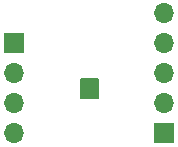
<source format=gbr>
%TF.GenerationSoftware,KiCad,Pcbnew,5.1.7-a382d34a8~87~ubuntu20.04.1*%
%TF.CreationDate,2020-11-06T18:28:57+02:00*%
%TF.ProjectId,BRK-MSOP-8-1EP-3x3-P0.65-EP1.68x1.88,42524b2d-4d53-44f5-902d-382d3145502d,v1.0*%
%TF.SameCoordinates,Original*%
%TF.FileFunction,Copper,L2,Bot*%
%TF.FilePolarity,Positive*%
%FSLAX46Y46*%
G04 Gerber Fmt 4.6, Leading zero omitted, Abs format (unit mm)*
G04 Created by KiCad (PCBNEW 5.1.7-a382d34a8~87~ubuntu20.04.1) date 2020-11-06 18:28:57*
%MOMM*%
%LPD*%
G01*
G04 APERTURE LIST*
%TA.AperFunction,ComponentPad*%
%ADD10O,1.700000X1.700000*%
%TD*%
%TA.AperFunction,ComponentPad*%
%ADD11R,1.700000X1.700000*%
%TD*%
%TA.AperFunction,ViaPad*%
%ADD12C,0.600000*%
%TD*%
%TA.AperFunction,Conductor*%
%ADD13C,0.200000*%
%TD*%
%TA.AperFunction,Conductor*%
%ADD14C,0.150000*%
%TD*%
G04 APERTURE END LIST*
D10*
%TO.P,J2,5*%
%TO.N,EP*%
X106350000Y-93650000D03*
%TO.P,J2,4*%
%TO.N,PIN8*%
X106350000Y-96190000D03*
%TO.P,J2,3*%
%TO.N,PIN7*%
X106350000Y-98730000D03*
%TO.P,J2,2*%
%TO.N,PIN6*%
X106350000Y-101270000D03*
D11*
%TO.P,J2,1*%
%TO.N,PIN5*%
X106350000Y-103810000D03*
%TD*%
D10*
%TO.P,J1,4*%
%TO.N,PIN4*%
X93650000Y-103810000D03*
%TO.P,J1,3*%
%TO.N,PIN3*%
X93650000Y-101270000D03*
%TO.P,J1,2*%
%TO.N,PIN2*%
X93650000Y-98730000D03*
D11*
%TO.P,J1,1*%
%TO.N,PIN1*%
X93650000Y-96190000D03*
%TD*%
D12*
%TO.N,EP*%
X100000000Y-100000000D03*
%TD*%
D13*
%TO.N,EP*%
X100740000Y-100840000D02*
X99260000Y-100840000D01*
X99260000Y-99160000D01*
X100740000Y-99160000D01*
X100740000Y-100840000D01*
%TA.AperFunction,Conductor*%
D14*
G36*
X100740000Y-100840000D02*
G01*
X99260000Y-100840000D01*
X99260000Y-99160000D01*
X100740000Y-99160000D01*
X100740000Y-100840000D01*
G37*
%TD.AperFunction*%
%TD*%
M02*

</source>
